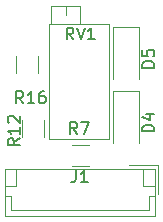
<source format=gbr>
%TF.GenerationSoftware,KiCad,Pcbnew,9.0.5*%
%TF.CreationDate,2025-10-18T18:29:23+02:00*%
%TF.ProjectId,Offset_adj,4f666673-6574-45f6-9164-6a2e6b696361,rev?*%
%TF.SameCoordinates,Original*%
%TF.FileFunction,Legend,Top*%
%TF.FilePolarity,Positive*%
%FSLAX46Y46*%
G04 Gerber Fmt 4.6, Leading zero omitted, Abs format (unit mm)*
G04 Created by KiCad (PCBNEW 9.0.5) date 2025-10-18 18:29:23*
%MOMM*%
%LPD*%
G01*
G04 APERTURE LIST*
%ADD10C,0.150000*%
%ADD11C,0.120000*%
G04 APERTURE END LIST*
D10*
X127216666Y-106054819D02*
X127216666Y-106769104D01*
X127216666Y-106769104D02*
X127169047Y-106911961D01*
X127169047Y-106911961D02*
X127073809Y-107007200D01*
X127073809Y-107007200D02*
X126930952Y-107054819D01*
X126930952Y-107054819D02*
X126835714Y-107054819D01*
X128216666Y-107054819D02*
X127645238Y-107054819D01*
X127930952Y-107054819D02*
X127930952Y-106054819D01*
X127930952Y-106054819D02*
X127835714Y-106197676D01*
X127835714Y-106197676D02*
X127740476Y-106292914D01*
X127740476Y-106292914D02*
X127645238Y-106340533D01*
X127004761Y-94954819D02*
X126671428Y-94478628D01*
X126433333Y-94954819D02*
X126433333Y-93954819D01*
X126433333Y-93954819D02*
X126814285Y-93954819D01*
X126814285Y-93954819D02*
X126909523Y-94002438D01*
X126909523Y-94002438D02*
X126957142Y-94050057D01*
X126957142Y-94050057D02*
X127004761Y-94145295D01*
X127004761Y-94145295D02*
X127004761Y-94288152D01*
X127004761Y-94288152D02*
X126957142Y-94383390D01*
X126957142Y-94383390D02*
X126909523Y-94431009D01*
X126909523Y-94431009D02*
X126814285Y-94478628D01*
X126814285Y-94478628D02*
X126433333Y-94478628D01*
X127290476Y-93954819D02*
X127623809Y-94954819D01*
X127623809Y-94954819D02*
X127957142Y-93954819D01*
X128814285Y-94954819D02*
X128242857Y-94954819D01*
X128528571Y-94954819D02*
X128528571Y-93954819D01*
X128528571Y-93954819D02*
X128433333Y-94097676D01*
X128433333Y-94097676D02*
X128338095Y-94192914D01*
X128338095Y-94192914D02*
X128242857Y-94240533D01*
X122757142Y-100354819D02*
X122423809Y-99878628D01*
X122185714Y-100354819D02*
X122185714Y-99354819D01*
X122185714Y-99354819D02*
X122566666Y-99354819D01*
X122566666Y-99354819D02*
X122661904Y-99402438D01*
X122661904Y-99402438D02*
X122709523Y-99450057D01*
X122709523Y-99450057D02*
X122757142Y-99545295D01*
X122757142Y-99545295D02*
X122757142Y-99688152D01*
X122757142Y-99688152D02*
X122709523Y-99783390D01*
X122709523Y-99783390D02*
X122661904Y-99831009D01*
X122661904Y-99831009D02*
X122566666Y-99878628D01*
X122566666Y-99878628D02*
X122185714Y-99878628D01*
X123709523Y-100354819D02*
X123138095Y-100354819D01*
X123423809Y-100354819D02*
X123423809Y-99354819D01*
X123423809Y-99354819D02*
X123328571Y-99497676D01*
X123328571Y-99497676D02*
X123233333Y-99592914D01*
X123233333Y-99592914D02*
X123138095Y-99640533D01*
X124566666Y-99354819D02*
X124376190Y-99354819D01*
X124376190Y-99354819D02*
X124280952Y-99402438D01*
X124280952Y-99402438D02*
X124233333Y-99450057D01*
X124233333Y-99450057D02*
X124138095Y-99592914D01*
X124138095Y-99592914D02*
X124090476Y-99783390D01*
X124090476Y-99783390D02*
X124090476Y-100164342D01*
X124090476Y-100164342D02*
X124138095Y-100259580D01*
X124138095Y-100259580D02*
X124185714Y-100307200D01*
X124185714Y-100307200D02*
X124280952Y-100354819D01*
X124280952Y-100354819D02*
X124471428Y-100354819D01*
X124471428Y-100354819D02*
X124566666Y-100307200D01*
X124566666Y-100307200D02*
X124614285Y-100259580D01*
X124614285Y-100259580D02*
X124661904Y-100164342D01*
X124661904Y-100164342D02*
X124661904Y-99926247D01*
X124661904Y-99926247D02*
X124614285Y-99831009D01*
X124614285Y-99831009D02*
X124566666Y-99783390D01*
X124566666Y-99783390D02*
X124471428Y-99735771D01*
X124471428Y-99735771D02*
X124280952Y-99735771D01*
X124280952Y-99735771D02*
X124185714Y-99783390D01*
X124185714Y-99783390D02*
X124138095Y-99831009D01*
X124138095Y-99831009D02*
X124090476Y-99926247D01*
X122454819Y-103342857D02*
X121978628Y-103676190D01*
X122454819Y-103914285D02*
X121454819Y-103914285D01*
X121454819Y-103914285D02*
X121454819Y-103533333D01*
X121454819Y-103533333D02*
X121502438Y-103438095D01*
X121502438Y-103438095D02*
X121550057Y-103390476D01*
X121550057Y-103390476D02*
X121645295Y-103342857D01*
X121645295Y-103342857D02*
X121788152Y-103342857D01*
X121788152Y-103342857D02*
X121883390Y-103390476D01*
X121883390Y-103390476D02*
X121931009Y-103438095D01*
X121931009Y-103438095D02*
X121978628Y-103533333D01*
X121978628Y-103533333D02*
X121978628Y-103914285D01*
X122454819Y-102390476D02*
X122454819Y-102961904D01*
X122454819Y-102676190D02*
X121454819Y-102676190D01*
X121454819Y-102676190D02*
X121597676Y-102771428D01*
X121597676Y-102771428D02*
X121692914Y-102866666D01*
X121692914Y-102866666D02*
X121740533Y-102961904D01*
X121550057Y-102009523D02*
X121502438Y-101961904D01*
X121502438Y-101961904D02*
X121454819Y-101866666D01*
X121454819Y-101866666D02*
X121454819Y-101628571D01*
X121454819Y-101628571D02*
X121502438Y-101533333D01*
X121502438Y-101533333D02*
X121550057Y-101485714D01*
X121550057Y-101485714D02*
X121645295Y-101438095D01*
X121645295Y-101438095D02*
X121740533Y-101438095D01*
X121740533Y-101438095D02*
X121883390Y-101485714D01*
X121883390Y-101485714D02*
X122454819Y-102057142D01*
X122454819Y-102057142D02*
X122454819Y-101438095D01*
X127333333Y-102954819D02*
X127000000Y-102478628D01*
X126761905Y-102954819D02*
X126761905Y-101954819D01*
X126761905Y-101954819D02*
X127142857Y-101954819D01*
X127142857Y-101954819D02*
X127238095Y-102002438D01*
X127238095Y-102002438D02*
X127285714Y-102050057D01*
X127285714Y-102050057D02*
X127333333Y-102145295D01*
X127333333Y-102145295D02*
X127333333Y-102288152D01*
X127333333Y-102288152D02*
X127285714Y-102383390D01*
X127285714Y-102383390D02*
X127238095Y-102431009D01*
X127238095Y-102431009D02*
X127142857Y-102478628D01*
X127142857Y-102478628D02*
X126761905Y-102478628D01*
X127666667Y-101954819D02*
X128333333Y-101954819D01*
X128333333Y-101954819D02*
X127904762Y-102954819D01*
X133854819Y-97338094D02*
X132854819Y-97338094D01*
X132854819Y-97338094D02*
X132854819Y-97099999D01*
X132854819Y-97099999D02*
X132902438Y-96957142D01*
X132902438Y-96957142D02*
X132997676Y-96861904D01*
X132997676Y-96861904D02*
X133092914Y-96814285D01*
X133092914Y-96814285D02*
X133283390Y-96766666D01*
X133283390Y-96766666D02*
X133426247Y-96766666D01*
X133426247Y-96766666D02*
X133616723Y-96814285D01*
X133616723Y-96814285D02*
X133711961Y-96861904D01*
X133711961Y-96861904D02*
X133807200Y-96957142D01*
X133807200Y-96957142D02*
X133854819Y-97099999D01*
X133854819Y-97099999D02*
X133854819Y-97338094D01*
X132854819Y-95861904D02*
X132854819Y-96338094D01*
X132854819Y-96338094D02*
X133331009Y-96385713D01*
X133331009Y-96385713D02*
X133283390Y-96338094D01*
X133283390Y-96338094D02*
X133235771Y-96242856D01*
X133235771Y-96242856D02*
X133235771Y-96004761D01*
X133235771Y-96004761D02*
X133283390Y-95909523D01*
X133283390Y-95909523D02*
X133331009Y-95861904D01*
X133331009Y-95861904D02*
X133426247Y-95814285D01*
X133426247Y-95814285D02*
X133664342Y-95814285D01*
X133664342Y-95814285D02*
X133759580Y-95861904D01*
X133759580Y-95861904D02*
X133807200Y-95909523D01*
X133807200Y-95909523D02*
X133854819Y-96004761D01*
X133854819Y-96004761D02*
X133854819Y-96242856D01*
X133854819Y-96242856D02*
X133807200Y-96338094D01*
X133807200Y-96338094D02*
X133759580Y-96385713D01*
X133854819Y-102738094D02*
X132854819Y-102738094D01*
X132854819Y-102738094D02*
X132854819Y-102499999D01*
X132854819Y-102499999D02*
X132902438Y-102357142D01*
X132902438Y-102357142D02*
X132997676Y-102261904D01*
X132997676Y-102261904D02*
X133092914Y-102214285D01*
X133092914Y-102214285D02*
X133283390Y-102166666D01*
X133283390Y-102166666D02*
X133426247Y-102166666D01*
X133426247Y-102166666D02*
X133616723Y-102214285D01*
X133616723Y-102214285D02*
X133711961Y-102261904D01*
X133711961Y-102261904D02*
X133807200Y-102357142D01*
X133807200Y-102357142D02*
X133854819Y-102499999D01*
X133854819Y-102499999D02*
X133854819Y-102738094D01*
X133188152Y-101309523D02*
X133854819Y-101309523D01*
X132807200Y-101547618D02*
X133521485Y-101785713D01*
X133521485Y-101785713D02*
X133521485Y-101166666D01*
D11*
%TO.C,J1*%
X134210000Y-108090000D02*
X134210000Y-105590000D01*
X134210000Y-105590000D02*
X131710000Y-105590000D01*
X133910000Y-109910000D02*
X133910000Y-105890000D01*
X133910000Y-108200000D02*
X133410000Y-108200000D01*
X133910000Y-107390000D02*
X132910000Y-107390000D01*
X133910000Y-105890000D02*
X121190000Y-105890000D01*
X133410000Y-109410000D02*
X121690000Y-109410000D01*
X133410000Y-108200000D02*
X133410000Y-109410000D01*
X132910000Y-107390000D02*
X132910000Y-105890000D01*
X122190000Y-107390000D02*
X122190000Y-105890000D01*
X121690000Y-109410000D02*
X121690000Y-108200000D01*
X121690000Y-108200000D02*
X121190000Y-108200000D01*
X121190000Y-109910000D02*
X133910000Y-109910000D01*
X121190000Y-107390000D02*
X122190000Y-107390000D01*
X121190000Y-105890000D02*
X121190000Y-109910000D01*
%TO.C,RV1*%
X127555000Y-92105000D02*
X127555000Y-93625000D01*
X126350000Y-92105000D02*
X126350000Y-92865000D01*
X125145000Y-92105000D02*
X127555000Y-92105000D01*
X130020000Y-93625000D02*
X130020000Y-103375000D01*
X127555000Y-93625000D02*
X125145000Y-93625000D01*
X125145000Y-93625000D02*
X125145000Y-92105000D01*
X124970000Y-93625000D02*
X130020000Y-93625000D01*
X130020000Y-103375000D02*
X124970000Y-103375000D01*
X124970000Y-103375000D02*
X124970000Y-93625000D01*
%TO.C,R16*%
X122190000Y-97827064D02*
X122190000Y-96372936D01*
X124010000Y-97827064D02*
X124010000Y-96372936D01*
%TO.C,R12*%
X124510000Y-101772936D02*
X124510000Y-103227064D01*
X122690000Y-101772936D02*
X122690000Y-103227064D01*
%TO.C,R7*%
X126872936Y-103890000D02*
X128327064Y-103890000D01*
X126872936Y-105710000D02*
X128327064Y-105710000D01*
%TO.C,D5*%
X132610000Y-93940000D02*
X130390000Y-93940000D01*
X130390000Y-93940000D02*
X130390000Y-98350000D01*
X132610000Y-98350000D02*
X132610000Y-93940000D01*
%TO.C,D4*%
X132610000Y-99340000D02*
X130390000Y-99340000D01*
X130390000Y-99340000D02*
X130390000Y-103750000D01*
X132610000Y-103750000D02*
X132610000Y-99340000D01*
%TD*%
M02*

</source>
